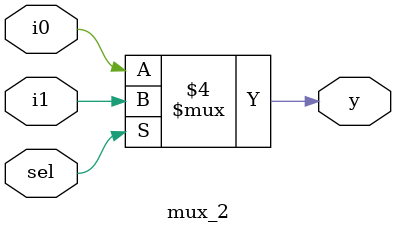
<source format=v>
module mux_2(i0,i1,sel,y);
  input i0, i1;
  input sel;
  output reg y;
  
  always@(i0 or i1) begin   //y= s0? i0 : i1;
    if (sel==1) begin
      y=i1;
    end
    else begin
      y=i0;
    end
  end
endmodule

</source>
